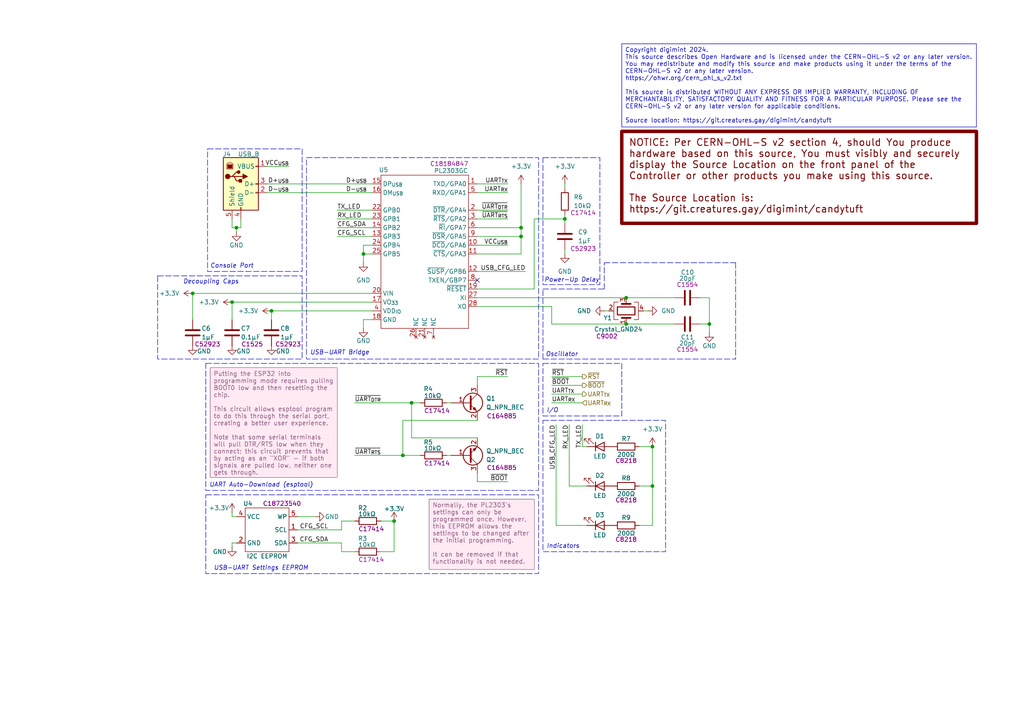
<source format=kicad_sch>
(kicad_sch (version 20231120) (generator "eeschema") (generator_version "8.0")
  (paper "A4")
  (title_block (title "Candytuft WS2811 Controller - USB-UART Circuitry") (date "2024-10-18") (rev "1") (company "https://git.creatures.gay/digimint/candytuft") (comment 3 "Licensed under the CERN OHL-S v2") (comment 4 "Copyright 2024 digimint"))
  (lib_symbols
    (symbol "Connector:USB_B" (pin_names (offset 1.016))
      (property "Reference" "J" (at -5.08 11.43 0))
      (property "Value" "USB_B" (at -5.08 8.89 0))
      (symbol "USB_B_0_1"
        (rectangle (start -5.08 -7.62) (end 5.08 7.62) (stroke (width 0.254)) (fill (type background)))
        (circle (center -3.81 2.159) (radius 0.635) (stroke (width 0.254)) (fill (type outline)))
        (rectangle (start -3.81 5.588) (end -2.54 4.572) (fill (type outline)))
        (circle (center -0.635 3.429) (radius 0.381) (stroke (width 0.254)) (fill (type outline)))
        (rectangle (start -0.127 -7.62) (end 0.127 -6.858))
        (polyline (pts (xy -1.905 2.159) (xy 0.635 2.159)) (stroke (width 0.254)))
        (polyline (pts (xy -3.175 2.159) (xy -2.54 2.159) (xy -1.27 3.429) (xy -0.635 3.429)) (stroke (width 0.254)))
        (polyline (pts (xy -2.54 2.159) (xy -1.905 2.159) (xy -1.27 0.889) (xy 0 0.889)) (stroke (width 0.254)))
        (polyline (pts (xy 0.635 2.794) (xy 0.635 1.524) (xy 1.905 2.159) (xy 0.635 2.794)) (stroke (width 0.254)) (fill (type outline)))
        (polyline (pts (xy -4.064 4.318) (xy -2.286 4.318) (xy -2.286 5.715) (xy -2.667 6.096) (xy -3.683 6.096) (xy -4.064 5.715) (xy -4.064 4.318)))
        (rectangle (start 0.254 1.27) (end -0.508 0.508) (stroke (width 0.254)) (fill (type outline)))
        (rectangle (start 5.08 -2.667) (end 4.318 -2.413))
        (rectangle (start 5.08 -0.127) (end 4.318 0.127))
        (rectangle (start 5.08 4.953) (end 4.318 5.207))
      )
      (symbol "USB_B_1_1"
        (pin power_out line (at 7.62 5.08 180) (length 2.54) (name "VBUS") (number "1"))
        (pin bidirectional line (at 7.62 -2.54 180) (length 2.54) (name "D-") (number "2"))
        (pin bidirectional line (at 7.62 0 180) (length 2.54) (name "D+") (number "3"))
        (pin power_out line (at 0 -10.16 90) (length 2.54) (name "GND") (number "4"))
        (pin passive line (at -2.54 -10.16 90) (length 2.54) (name "Shield") (number "5"))
      )
    )
    (symbol "Device:C" (pin_numbers hide) (pin_names (offset 0.254))
      (property "Reference" "C" (at 0.635 2.54 0))
      (property "Value" "C" (at 0.635 -2.54 0))
      (symbol "C_0_1"
        (polyline (pts (xy -2.032 -0.762) (xy 2.032 -0.762)) (stroke (width 0.508)))
        (polyline (pts (xy -2.032 0.762) (xy 2.032 0.762)) (stroke (width 0.508)))
      )
      (symbol "C_1_1"
        (pin passive line (at 0 3.81 270) (length 2.794) (name "~") (number "1"))
        (pin passive line (at 0 -3.81 90) (length 2.794) (name "~") (number "2"))
      )
    )
    (symbol "Device:Crystal_GND24" (pin_names (offset 1.016) hide)
      (property "Reference" "Y" (at 3.175 5.08 0))
      (property "Value" "Crystal_GND24" (at 3.175 3.175 0))
      (symbol "Crystal_GND24_0_1"
        (rectangle (start -1.143 2.54) (end 1.143 -2.54) (stroke (width 0.3048)))
        (polyline (pts (xy -2.54 0) (xy -2.032 0)))
        (polyline (pts (xy -2.032 -1.27) (xy -2.032 1.27)) (stroke (width 0.508)))
        (polyline (pts (xy 0 -3.81) (xy 0 -3.556)))
        (polyline (pts (xy 0 3.556) (xy 0 3.81)))
        (polyline (pts (xy 2.032 -1.27) (xy 2.032 1.27)) (stroke (width 0.508)))
        (polyline (pts (xy 2.032 0) (xy 2.54 0)))
        (polyline (pts (xy -2.54 -2.286) (xy -2.54 -3.556) (xy 2.54 -3.556) (xy 2.54 -2.286)))
        (polyline (pts (xy -2.54 2.286) (xy -2.54 3.556) (xy 2.54 3.556) (xy 2.54 2.286)))
      )
      (symbol "Crystal_GND24_1_1"
        (pin passive line (at -3.81 0 0) (length 1.27) (name "1") (number "1"))
        (pin passive line (at 0 5.08 270) (length 1.27) (name "2") (number "2"))
        (pin passive line (at 3.81 0 180) (length 1.27) (name "3") (number "3"))
        (pin passive line (at 0 -5.08 90) (length 1.27) (name "4") (number "4"))
      )
    )
    (symbol "Device:LED" (pin_numbers hide) (pin_names (offset 1.016) hide)
      (property "Reference" "D" (at 0 2.54 0))
      (property "Value" "LED" (at 0 -2.54 0))
      (symbol "LED_0_1"
        (polyline (pts (xy -1.27 -1.27) (xy -1.27 1.27)) (stroke (width 0.254)))
        (polyline (pts (xy -1.27 0) (xy 1.27 0)))
        (polyline (pts (xy 1.27 -1.27) (xy 1.27 1.27) (xy -1.27 0) (xy 1.27 -1.27)) (stroke (width 0.254)))
        (polyline (pts (xy -3.048 -0.762) (xy -4.572 -2.286) (xy -3.81 -2.286) (xy -4.572 -2.286) (xy -4.572 -1.524)))
        (polyline (pts (xy -1.778 -0.762) (xy -3.302 -2.286) (xy -2.54 -2.286) (xy -3.302 -2.286) (xy -3.302 -1.524)))
      )
      (symbol "LED_1_1"
        (pin passive line (at -3.81 0 0) (length 2.54) (name "K") (number "1"))
        (pin passive line (at 3.81 0 180) (length 2.54) (name "A") (number "2"))
      )
    )
    (symbol "Device:Q_NPN_BEC" (pin_names (offset 0) hide)
      (property "Reference" "Q" (at 5.08 1.27 0))
      (property "Value" "Q_NPN_BEC" (at 5.08 -1.27 0))
      (symbol "Q_NPN_BEC_0_1"
        (polyline (pts (xy 0.635 0.635) (xy 2.54 2.54)))
        (polyline (pts (xy 0.635 -0.635) (xy 2.54 -2.54) (xy 2.54 -2.54)))
        (polyline (pts (xy 0.635 1.905) (xy 0.635 -1.905) (xy 0.635 -1.905)) (stroke (width 0.508)))
        (polyline (pts (xy 1.27 -1.778) (xy 1.778 -1.27) (xy 2.286 -2.286) (xy 1.27 -1.778) (xy 1.27 -1.778)) (fill (type outline)))
        (circle (center 1.27 0) (radius 2.8194) (stroke (width 0.254)))
      )
      (symbol "Q_NPN_BEC_1_1"
        (pin input line (at -5.08 0 0) (length 5.715) (name "B") (number "1"))
        (pin passive line (at 2.54 -5.08 90) (length 2.54) (name "E") (number "2"))
        (pin passive line (at 2.54 5.08 270) (length 2.54) (name "C") (number "3"))
      )
    )
    (symbol "Device:R" (pin_numbers hide) (pin_names (offset 0))
      (property "Reference" "R" (at 2.032 0 90))
      (property "Value" "R" (at 0 0 90))
      (symbol "R_0_1"
        (rectangle (start -1.016 -2.54) (end 1.016 2.54) (stroke (width 0.254)))
      )
      (symbol "R_1_1"
        (pin passive line (at 0 3.81 270) (length 1.27) (name "~") (number "1"))
        (pin passive line (at 0 -3.81 90) (length 1.27) (name "~") (number "2"))
      )
    )
    (symbol "candytuft:24C02S"
      (property "Reference" "U" (at -5.588 7.62 0))
      (symbol "24C02S_0_1"
        (rectangle (start -6.35 6.35) (end 6.35 -6.35))
      )
      (symbol "24C02S_1_1"
        (pin open_collector line (at 8.89 0 180) (length 2.54) (name "SCL") (number "1"))
        (pin power_in line (at -8.89 -3.81 0) (length 2.54) (name "GND") (number "2"))
        (pin open_collector line (at 8.89 -3.81 180) (length 2.54) (name "SDA") (number "3"))
        (pin power_in line (at -8.89 3.81 0) (length 2.54) (name "VCC") (number "4"))
        (pin input line (at 8.89 3.81 180) (length 2.54) (name "WP") (number "5"))
      )
    )
    (symbol "candytuft:PL2303GC"
      (property "Reference" "U" (at -11.938 7.874 0))
      (property "Value" "PL2303GC" (at 7.366 7.62 0))
      (symbol "PL2303GC_0_1"
        (rectangle (start -12.7 6.35) (end 12.7 -38.1))
      )
      (symbol "PL2303GC_1_1"
        (pin output line (at 15.24 3.81 180) (length 2.54) (name "TXD/GPA0") (number "1"))
        (pin input line (at 15.24 -13.97 180) (length 2.54) (name "~{DCD}/GPA6") (number "10"))
        (pin input line (at 15.24 -16.51 180) (length 2.54) (name "~{CTS}/GPA3") (number "11"))
        (pin output line (at 15.24 -21.59 180) (length 2.54) (name "~{SUSP}/GPB6") (number "12"))
        (pin bidirectional line (at -15.24 -11.43 0) (length 2.54) (name "GPB3") (number "13"))
        (pin bidirectional line (at -15.24 -8.89 0) (length 2.54) (name "GPB2") (number "14"))
        (pin bidirectional line (at -15.24 3.81 0) (length 2.54) (name "DP_{USB}") (number "15"))
        (pin bidirectional line (at -15.24 1.27 0) (length 2.54) (name "DM_{USB}") (number "16"))
        (pin power_in line (at -15.24 -30.48 0) (length 2.54) (name "VO_{33}") (number "17"))
        (pin power_in line (at -15.24 -35.56 0) (length 2.54) (name "GND") (number "18"))
        (pin input line (at 15.24 -26.67 180) (length 2.54) (name "~{RESET}") (number "19"))
        (pin output line (at 15.24 -3.81 180) (length 2.54) (name "~{DTR}/GPA4") (number "2"))
        (pin power_in line (at -15.24 -27.94 0) (length 2.54) (name "VIN") (number "20"))
        (pin no_connect line (at 0 -40.64 90) (length 2.54) (name "NC") (number "21"))
        (pin bidirectional line (at -15.24 -3.81 0) (length 2.54) (name "GPB0") (number "22"))
        (pin bidirectional line (at -15.24 -6.35 0) (length 2.54) (name "GPB1") (number "23"))
        (pin bidirectional line (at -15.24 -13.97 0) (length 2.54) (name "GPB4") (number "24"))
        (pin bidirectional line (at -15.24 -16.51 0) (length 2.54) (name "GPB5") (number "25"))
        (pin no_connect line (at -2.54 -40.64 90) (length 2.54) (name "NC") (number "26"))
        (pin input line (at 15.24 -29.21 180) (length 2.54) (name "XI") (number "27"))
        (pin input line (at 15.24 -31.75 180) (length 2.54) (name "XO") (number "28"))
        (pin output line (at 15.24 -6.35 180) (length 2.54) (name "~{RTS}/GPA2") (number "3"))
        (pin power_in line (at -15.24 -33.02 0) (length 2.54) (name "VDD_{IO}") (number "4"))
        (pin input line (at 15.24 1.27 180) (length 2.54) (name "RXD/GPA1") (number "5"))
        (pin input line (at 15.24 -8.89 180) (length 2.54) (name "~{RI}/GPA7") (number "6"))
        (pin no_connect line (at 2.54 -40.64 90) (length 2.54) (name "NC") (number "7"))
        (pin output line (at 15.24 -24.13 180) (length 2.54) (name "TXEN/GBP7") (number "8"))
        (pin input line (at 15.24 -11.43 180) (length 2.54) (name "~{DSR}/GPA5") (number "9"))
      )
    )
    (symbol "power:+3.3V" (power) (pin_numbers hide) (pin_names (offset 0) hide)
      (property "Value" "+3.3V" (at 0 3.556 0))
      (symbol "+3.3V_0_1"
        (polyline (pts (xy -0.762 1.27) (xy 0 2.54)))
        (polyline (pts (xy 0 0) (xy 0 2.54)))
        (polyline (pts (xy 0 2.54) (xy 0.762 1.27)))
      )
      (symbol "+3.3V_1_1"
        (pin power_in line (at 0 0 90) (length 0) (name "~") (number "1"))
      )
    )
    (symbol "power:GND" (power) (pin_numbers hide) (pin_names (offset 0) hide)
      (property "Value" "GND" (at 0 -3.81 0))
      (symbol "GND_0_1"
        (polyline (pts (xy 0 0) (xy 0 -1.27) (xy 1.27 -1.27) (xy 0 -2.54) (xy -1.27 -1.27) (xy 0 -1.27)))
      )
      (symbol "GND_1_1"
        (pin power_in line (at 0 0 270) (length 0) (name "~") (number "1"))
      )
    )
  )
  (junction (at 181.61 93.98))
  (junction (at 105.41 73.66))
  (junction (at 68.58 66.04))
  (junction (at 67.31 87.63))
  (junction (at 78.74 90.17))
  (junction (at 189.23 140.97))
  (junction (at 151.13 66.04))
  (junction (at 116.84 132.08))
  (junction (at 163.83 63.5))
  (junction (at 114.3 151.13))
  (junction (at 151.13 68.58))
  (junction (at 55.88 85.09))
  (junction (at 181.61 86.36))
  (junction (at 119.38 116.84))
  (junction (at 205.74 93.98))
  (junction (at 189.23 129.54))
  (no_connect (at 138.43 81.28))
  (wire (pts (xy 205.74 86.36) (xy 205.74 93.98)))
  (wire (pts (xy 175.26 90.17) (xy 176.53 90.17)))
  (wire (pts (xy 67.31 157.48) (xy 67.31 158.75)))
  (wire (pts (xy 165.1 140.97) (xy 170.18 140.97)))
  (wire (pts (xy 168.91 111.76) (xy 160.02 111.76)))
  (wire (pts (xy 68.58 67.31) (xy 68.58 66.04)))
  (wire (pts (xy 138.43 63.5) (xy 147.32 63.5)))
  (wire (pts (xy 163.83 73.66) (xy 163.83 72.39)))
  (wire (pts (xy 181.61 86.36) (xy 195.58 86.36)))
  (wire (pts (xy 77.47 53.34) (xy 107.95 53.34)))
  (wire (pts (xy 138.43 111.76) (xy 138.43 109.22)))
  (wire (pts (xy 110.49 151.13) (xy 114.3 151.13)))
  (wire (pts (xy 151.13 53.34) (xy 151.13 66.04)))
  (wire (pts (xy 119.38 127) (xy 138.43 127)))
  (wire (pts (xy 160.02 88.9) (xy 160.02 93.98)))
  (wire (pts (xy 78.74 90.17) (xy 78.74 92.71)))
  (wire (pts (xy 114.3 160.02) (xy 110.49 160.02)))
  (wire (pts (xy 185.42 152.4) (xy 189.23 152.4)))
  (wire (pts (xy 77.47 55.88) (xy 107.95 55.88)))
  (wire (pts (xy 203.2 86.36) (xy 205.74 86.36)))
  (wire (pts (xy 69.85 66.04) (xy 69.85 63.5)))
  (wire (pts (xy 114.3 151.13) (xy 114.3 160.02)))
  (wire (pts (xy 163.83 63.5) (xy 163.83 64.77)))
  (wire (pts (xy 99.06 157.48) (xy 99.06 160.02)))
  (wire (pts (xy 86.36 149.86) (xy 91.44 149.86)))
  (polyline (pts (xy 157.48 83.82) (xy 175.26 83.82)) (stroke (width 0) (type dash)))
  (wire (pts (xy 97.79 66.04) (xy 107.95 66.04)))
  (wire (pts (xy 138.43 53.34) (xy 147.32 53.34)))
  (wire (pts (xy 102.87 116.84) (xy 119.38 116.84)))
  (wire (pts (xy 67.31 87.63) (xy 107.95 87.63)))
  (wire (pts (xy 154.94 63.5) (xy 163.83 63.5)))
  (wire (pts (xy 168.91 129.54) (xy 170.18 129.54)))
  (wire (pts (xy 119.38 116.84) (xy 121.92 116.84)))
  (wire (pts (xy 67.31 87.63) (xy 67.31 92.71)))
  (wire (pts (xy 67.31 66.04) (xy 67.31 63.5)))
  (wire (pts (xy 187.96 90.17) (xy 186.69 90.17)))
  (wire (pts (xy 138.43 83.82) (xy 154.94 83.82)))
  (polyline (pts (xy 175.26 83.82) (xy 175.26 76.2)) (stroke (width 0) (type dash)))
  (polyline (pts (xy 157.48 104.14) (xy 157.48 83.82)) (stroke (width 0) (type dash)))
  (wire (pts (xy 99.06 153.67) (xy 99.06 151.13)))
  (wire (pts (xy 160.02 93.98) (xy 181.61 93.98)))
  (wire (pts (xy 129.54 116.84) (xy 130.81 116.84)))
  (wire (pts (xy 105.41 73.66) (xy 107.95 73.66)))
  (wire (pts (xy 154.94 83.82) (xy 154.94 63.5)))
  (wire (pts (xy 138.43 68.58) (xy 151.13 68.58)))
  (wire (pts (xy 205.74 93.98) (xy 203.2 93.98)))
  (wire (pts (xy 116.84 121.92) (xy 116.84 132.08)))
  (wire (pts (xy 83.82 48.26) (xy 77.47 48.26)))
  (wire (pts (xy 105.41 92.71) (xy 105.41 95.25)))
  (wire (pts (xy 168.91 123.19) (xy 168.91 129.54)))
  (wire (pts (xy 119.38 116.84) (xy 119.38 127)))
  (wire (pts (xy 138.43 88.9) (xy 160.02 88.9)))
  (wire (pts (xy 97.79 63.5) (xy 107.95 63.5)))
  (wire (pts (xy 68.58 66.04) (xy 67.31 66.04)))
  (wire (pts (xy 99.06 160.02) (xy 102.87 160.02)))
  (polyline (pts (xy 157.48 104.14) (xy 213.36 104.14)) (stroke (width 0) (type dash)))
  (wire (pts (xy 138.43 73.66) (xy 151.13 73.66)))
  (wire (pts (xy 55.88 85.09) (xy 55.88 92.71)))
  (wire (pts (xy 105.41 71.12) (xy 105.41 73.66)))
  (wire (pts (xy 163.83 53.34) (xy 163.83 54.61)))
  (wire (pts (xy 107.95 92.71) (xy 105.41 92.71)))
  (wire (pts (xy 55.88 85.09) (xy 107.95 85.09)))
  (wire (pts (xy 151.13 73.66) (xy 151.13 68.58)))
  (wire (pts (xy 116.84 132.08) (xy 121.92 132.08)))
  (wire (pts (xy 168.91 114.3) (xy 160.02 114.3)))
  (wire (pts (xy 105.41 73.66) (xy 105.41 76.2)))
  (wire (pts (xy 138.43 109.22) (xy 147.32 109.22)))
  (wire (pts (xy 138.43 137.16) (xy 138.43 139.7)))
  (wire (pts (xy 68.58 149.86) (xy 67.31 149.86)))
  (wire (pts (xy 69.85 66.04) (xy 68.58 66.04)))
  (wire (pts (xy 99.06 151.13) (xy 102.87 151.13)))
  (wire (pts (xy 168.91 116.84) (xy 160.02 116.84)))
  (wire (pts (xy 102.87 132.08) (xy 116.84 132.08)))
  (wire (pts (xy 138.43 139.7) (xy 147.32 139.7)))
  (wire (pts (xy 152.4 78.74) (xy 138.43 78.74)))
  (wire (pts (xy 138.43 60.96) (xy 147.32 60.96)))
  (wire (pts (xy 151.13 68.58) (xy 151.13 66.04)))
  (wire (pts (xy 107.95 71.12) (xy 105.41 71.12)))
  (wire (pts (xy 163.83 62.23) (xy 163.83 63.5)))
  (wire (pts (xy 116.84 121.92) (xy 138.43 121.92)))
  (wire (pts (xy 161.29 123.19) (xy 161.29 152.4)))
  (wire (pts (xy 129.54 132.08) (xy 130.81 132.08)))
  (wire (pts (xy 86.36 157.48) (xy 99.06 157.48)))
  (wire (pts (xy 205.74 93.98) (xy 205.74 96.52)))
  (wire (pts (xy 181.61 93.98) (xy 195.58 93.98)))
  (wire (pts (xy 86.36 153.67) (xy 99.06 153.67)))
  (wire (pts (xy 185.42 140.97) (xy 189.23 140.97)))
  (polyline (pts (xy 175.26 76.2) (xy 213.36 76.2)) (stroke (width 0) (type dash)))
  (wire (pts (xy 138.43 66.04) (xy 151.13 66.04)))
  (wire (pts (xy 147.32 71.12) (xy 138.43 71.12)))
  (wire (pts (xy 138.43 55.88) (xy 147.32 55.88)))
  (wire (pts (xy 78.74 90.17) (xy 107.95 90.17)))
  (wire (pts (xy 168.91 109.22) (xy 160.02 109.22)))
  (wire (pts (xy 138.43 86.36) (xy 181.61 86.36)))
  (wire (pts (xy 97.79 68.58) (xy 107.95 68.58)))
  (wire (pts (xy 165.1 123.19) (xy 165.1 140.97)))
  (wire (pts (xy 185.42 129.54) (xy 189.23 129.54)))
  (wire (pts (xy 67.31 148.59) (xy 67.31 149.86)))
  (wire (pts (xy 161.29 152.4) (xy 170.18 152.4)))
  (wire (pts (xy 189.23 129.54) (xy 189.23 140.97)))
  (wire (pts (xy 68.58 157.48) (xy 67.31 157.48)))
  (polyline (pts (xy 213.36 76.2) (xy 213.36 104.14)) (stroke (width 0) (type dash)))
  (wire (pts (xy 97.79 60.96) (xy 107.95 60.96)))
  (wire (pts (xy 189.23 140.97) (xy 189.23 152.4)))
  (rectangle (start 59.69 105.41) (end 156.21 142.24) (stroke (width 0) (type dash)))
  (rectangle (start 157.48 121.92) (end 193.04 160.02) (stroke (width 0) (type dash)))
  (rectangle (start 157.48 45.72) (end 173.99 82.55) (stroke (width 0) (type dash)))
  (rectangle (start 45.72 80.01) (end 87.63 104.14) (stroke (width 0) (type dash)))
  (rectangle (start 59.69 143.51) (end 156.21 166.37) (stroke (width 0) (type dash)))
  (rectangle (start 60.198 43.18) (end 87.63 78.74) (stroke (width 0) (type dash)))
  (rectangle (start 157.48 105.41) (end 180.34 120.65) (stroke (width 0) (type dash)))
  (rectangle (start 88.9 45.72) (end 156.21 104.14) (stroke (width 0) (type dash)))
  (text_box "NOTICE: Per CERN-OHL-S v2 section 4, should You produce hardware based on this source, You must visibly and securely display the Source Location on the front panel of the Controller or other products you make using this source.\n\nThe Source Location is:\nhttps://git.creatures.gay/digimint/candytuft" (at 180.34 38.1 0) (size 102.87 26.67) (stroke (width 1) (color 122 0 0 1)) (effects (font (size 2 2) (thickness 0.254) (bold yes)) (justify left top)))
  (text_box "Copyright digimint 2024.\nThis source describes Open Hardware and is licensed under the CERN-OHL-S v2 or any later version.\nYou may redistribute and modify this source and make products using it under the terms of the CERN-OHL-S v2 or any later version.\nhttps://ohwr.org/cern_ohl_s_v2.txt\n\nThis source is distributed WITHOUT ANY EXPRESS OR IMPLIED WARRANTY, INCLUDING OF MERCHANTABILITY, SATISFACTORY QUALITY AND FITNESS FOR A PARTICULAR PURPOSE. Please see the CERN-OHL-S v2 or any later version for applicable conditions.\n\nSource location: https://git.creatures.gay/digimint/candytuft" (at 180.34 12.7 0) (size 102.87 24.13) (effects (font (size 1.27 1.27)) (justify left top)))
  (text_box "Putting the ESP32 into programming mode requires pulling BOOT0 low and then resetting the chip.\n\nThis circuit allows esptool program to do this through the serial port, creating a better user experience.\n\nNote that some serial terminals will pull DTR/RTS low when they connect; this circuit prevents that by acting as an \"XOR\" - if both signals are pulled low, neither one gets through." (at 60.96 106.68 0) (size 36.83 31.75) (stroke (width 0) (color 136 87 125 1)) (fill (type color) (color 255 233 243 1)) (effects (font (size 1.27 1.27)) (justify left top)))
  (text_box "Normally, the PL2303's settings can only be programmed once. However, this EEPROM allows the settings to be changed after the initial programming.\n\nIt can be removed if that functionality is not needed." (at 124.46 144.78 0) (size 30.48 20.32) (stroke (width 0) (color 136 87 125 1)) (fill (type color) (color 255 233 243 1)) (effects (font (size 1.27 1.27)) (justify left top)))
  (text "Oscillator" (at 158.242 102.87 0) (effects (font (size 1.27 1.27) (italic yes)) (justify left)))
  (text "Decoupling Caps" (at 53.086 81.788 0) (effects (font (size 1.27 1.27) (italic yes)) (justify left)))
  (text "Console Port" (at 60.96 77.216 0) (effects (font (size 1.27 1.27) (italic yes)) (justify left)))
  (text "I/O" (at 158.496 119.126 0) (effects (font (size 1.27 1.27) (italic yes)) (justify left)))
  (text "UART Auto-Download (esptool)" (at 60.706 140.716 0) (effects (font (size 1.27 1.27) (italic yes)) (justify left)))
  (text "USB-UART Settings EEPROM" (at 61.976 164.846 0) (effects (font (size 1.27 1.27) (italic yes)) (justify left)))
  (text "Indicators" (at 163.322 158.496 0) (effects (font (size 1.27 1.27) (italic yes))))
  (text "USB-UART Bridge" (at 89.916 102.362 0) (effects (font (size 1.27 1.27) (italic yes)) (justify left)))
  (text "Power-Up Delay" (at 165.862 81.28 0) (effects (font (size 1.27 1.27) (italic yes))))
  (label "D+_{USB}" (at 100.33 53.34 0))
  (label "USB_CFG_LED" (at 161.29 123.19 270))
  (label "~{RST}" (at 160.02 109.22 0))
  (label "UART_{TX}" (at 160.02 114.3 0))
  (label "UART_{RX}" (at 160.02 116.84 0))
  (label "VCC_{USB}" (at 147.32 71.12 180))
  (label "CFG_SDA" (at 97.79 66.04 0))
  (label "~{UART_{DTR}}" (at 147.32 60.96 180))
  (label "VCC_{USB}" (at 83.82 48.26 180))
  (label "RX_LED" (at 165.1 123.19 270))
  (label "~{BOOT}" (at 147.32 139.7 180))
  (label "~{UART_{RTS}}" (at 147.32 63.5 180))
  (label "RX_LED" (at 97.79 63.5 0))
  (label "CFG_SCL" (at 97.79 68.58 0))
  (label "CFG_SDA" (at 95.25 157.48 180))
  (label "TX_LED" (at 97.79 60.96 0))
  (label "D-_{USB}" (at 100.33 55.88 0))
  (label "TX_LED" (at 168.91 123.19 270))
  (label "~{RST}" (at 147.32 109.22 180))
  (label "CFG_SCL" (at 95.25 153.67 180))
  (label "UART_{TX}" (at 147.32 53.34 180))
  (label "~{BOOT}" (at 160.02 111.76 0))
  (label "USB_CFG_LED" (at 152.4 78.74 180))
  (label "UART_{RX}" (at 147.32 55.88 180))
  (label "D+_{USB}" (at 83.82 53.34 180))
  (label "D-_{USB}" (at 83.82 55.88 180))
  (label "~{UART_{DTR}}" (at 102.87 116.84 0))
  (label "~{UART_{RTS}}" (at 102.87 132.08 0))
  (hierarchical_label "UART_{RX}" (shape input) (at 168.91 116.84 0))
  (hierarchical_label "~{RST}" (shape output) (at 168.91 109.22 0))
  (hierarchical_label "UART_{TX}" (shape output) (at 168.91 114.3 0))
  (hierarchical_label "~{BOOT}" (shape output) (at 168.91 111.76 0))
  (symbol (lib_id "power:GND") (at 91.44 149.86 90) (unit 1)
    (property "Reference" "#PWR025" (effects (hide yes)))
    (property "Value" "GND" (at 96.266 149.86 90))
    (property "Description" "Power symbol creates a global label with name \"GND\" , ground" (effects (hide yes)))
  )
  (symbol (lib_id "power:GND") (at 105.41 95.25 0) (unit 1)
    (property "Reference" "#PWR027" (effects (hide yes)))
    (property "Value" "GND" (at 105.41 98.806 0))
    (property "Description" "Power symbol creates a global label with name \"GND\" , ground" (effects (hide yes)))
  )
  (symbol (lib_id "Device:C") (at 55.88 96.52 0) (unit 1)
    (property "Reference" "C6" (at 58.42 95.25 0) (effects (justify left)))
    (property "Value" "1μF" (at 58.42 97.79 0) (effects (justify left)))
    (property "Footprint" "Capacitor_SMD:C_0402_1005Metric" (effects (hide yes)))
    (property "Description" "Unpolarized capacitor" (effects (hide yes)))
    (property "LCSC" "C52923" (at 60.198 99.822 0))
  )
  (symbol (lib_id "Device:Q_NPN_BEC") (at 135.89 116.84 0) (unit 1)
    (property "Reference" "Q1" (at 140.97 115.5699 0) (effects (justify left)))
    (property "Value" "Q_NPN_BEC" (at 140.97 118.1099 0) (effects (justify left)))
    (property "Footprint" "Package_TO_SOT_SMD:SOT-23" (effects (hide yes)))
    (property "Description" "NPN transistor, base/emitter/collector" (effects (hide yes)))
    (property "LCSC" "C164885" (at 145.542 120.65 0))
  )
  (symbol (lib_id "power:GND") (at 67.31 100.33 0) (unit 1)
    (property "Reference" "#PWR019" (effects (hide yes)))
    (property "Value" "GND" (at 70.612 101.854 0))
    (property "Description" "Power symbol creates a global label with name \"GND\" , ground" (effects (hide yes)))
  )
  (symbol (lib_id "Device:C") (at 78.74 96.52 0) (unit 1)
    (property "Reference" "C8" (at 81.28 95.25 0) (effects (justify left)))
    (property "Value" "1μF" (at 81.28 97.79 0) (effects (justify left)))
    (property "Footprint" "Capacitor_SMD:C_0402_1005Metric" (effects (hide yes)))
    (property "Description" "Unpolarized capacitor" (effects (hide yes)))
    (property "LCSC" "C52923" (at 83.566 99.822 0))
  )
  (symbol (lib_id "power:GND") (at 68.58 67.31 0) (unit 1)
    (property "Reference" "#PWR022" (effects (hide yes)))
    (property "Value" "GND" (at 68.58 71.12 0))
    (property "Description" "Power symbol creates a global label with name \"GND\" , ground" (effects (hide yes)))
  )
  (symbol (lib_id "power:+3.3V") (at 114.3 151.13 0) (unit 1)
    (property "Reference" "#PWR028" (effects (hide yes)))
    (property "Value" "+3.3V" (at 114.3 147.574 0))
    (property "Description" "Power symbol creates a global label with name \"+3.3V\"" (effects (hide yes)))
  )
  (symbol (lib_id "Device:R") (at 125.73 132.08 90) (unit 1)
    (property "Reference" "R5" (at 124.206 128.27 90))
    (property "Value" "10kΩ" (at 122.936 130.048 90) (effects (justify right)))
    (property "Footprint" "Resistor_SMD:R_0805_2012Metric" (effects (hide yes)))
    (property "Description" "Resistor" (effects (hide yes)))
    (property "LCSC" "C17414" (at 126.746 134.366 90))
  )
  (symbol (lib_id "power:+3.3V") (at 67.31 87.63 90) (unit 1)
    (property "Reference" "#PWR018" (effects (hide yes)))
    (property "Value" "+3.3V" (at 63.5 87.6299 90) (effects (justify left)))
    (property "Description" "Power symbol creates a global label with name \"+3.3V\"" (effects (hide yes)))
  )
  (symbol (lib_id "power:+3.3V") (at 189.23 129.54 0) (unit 1)
    (property "Reference" "#PWR033" (effects (hide yes)))
    (property "Value" "+3.3V" (at 189.23 124.46 0))
    (property "Description" "Power symbol creates a global label with name \"+3.3V\"" (effects (hide yes)))
  )
  (symbol (lib_id "power:GND") (at 163.83 73.66 0) (unit 1)
    (property "Reference" "#PWR031" (effects (hide yes)))
    (property "Value" "GND" (at 163.83 78.74 0))
    (property "Description" "Power symbol creates a global label with name \"GND\" , ground" (effects (hide yes)))
  )
  (symbol (lib_id "Device:R") (at 125.73 116.84 90) (unit 1)
    (property "Reference" "R4" (at 124.206 112.776 90))
    (property "Value" "10kΩ" (at 122.936 114.808 90) (effects (justify right)))
    (property "Footprint" "Resistor_SMD:R_0805_2012Metric" (effects (hide yes)))
    (property "Description" "Resistor" (effects (hide yes)))
    (property "LCSC" "C17414" (at 126.746 119.126 90))
  )
  (symbol (lib_id "Device:R") (at 181.61 140.97 90) (unit 1)
    (property "Reference" "R8" (at 181.61 138.684 90))
    (property "Value" "200Ω" (at 181.61 143.256 90))
    (property "Footprint" "Resistor_SMD:R_0603_1608Metric" (effects (hide yes)))
    (property "Description" "Resistor" (effects (hide yes)))
    (property "Part No" "0603WAF750JT5E" (effects (hide yes)))
    (property "LCSC" "C8218" (at 181.61 145.034 90))
  )
  (symbol (lib_id "power:GND") (at 175.26 90.17 270) (unit 1)
    (property "Reference" "#PWR039" (effects (hide yes)))
    (property "Value" "GND" (at 171.45 90.1701 90) (effects (justify right)))
    (property "Description" "Power symbol creates a global label with name \"GND\" , ground" (effects (hide yes)))
  )
  (symbol (lib_id "Device:R") (at 106.68 160.02 90) (unit 1)
    (property "Reference" "R3" (at 105.156 156.21 90))
    (property "Value" "10kΩ" (at 103.886 157.988 90) (effects (justify right)))
    (property "Footprint" "Resistor_SMD:R_0805_2012Metric" (effects (hide yes)))
    (property "Description" "Resistor" (effects (hide yes)))
    (property "LCSC" "C17414" (at 107.696 162.306 90))
  )
  (symbol (lib_id "Device:R") (at 181.61 152.4 90) (unit 1)
    (property "Reference" "R9" (at 181.61 150.114 90))
    (property "Value" "200Ω" (at 181.61 154.686 90))
    (property "Footprint" "Resistor_SMD:R_0603_1608Metric" (effects (hide yes)))
    (property "Description" "Resistor" (effects (hide yes)))
    (property "Part No" "0805W8F100JT5E" (effects (hide yes)))
    (property "LCSC" "C8218" (at 181.61 156.464 90))
  )
  (symbol (lib_id "Device:LED") (at 173.99 152.4 0) (mirror x) (unit 1)
    (property "Reference" "D3" (at 173.99 149.352 0))
    (property "Value" "LED" (at 173.99 155.194 0))
    (property "Footprint" "LED_THT:LED_D5.0mm_Clear" (effects (hide yes)))
    (property "Description" "Light emitting diode" (effects (hide yes)))
  )
  (symbol (lib_id "Device:C") (at 199.39 86.36 90) (unit 1)
    (property "Reference" "C10" (at 199.39 78.994 90))
    (property "Value" "20pF" (at 199.39 80.772 90))
    (property "Footprint" "Capacitor_SMD:C_0402_1005Metric" (effects (hide yes)))
    (property "Description" "Unpolarized capacitor" (effects (hide yes)))
    (property "LCSC" "C1554" (at 199.39 82.55 90))
  )
  (symbol (lib_id "power:GND") (at 67.31 158.75 0) (unit 1)
    (property "Reference" "#PWR021" (effects (hide yes)))
    (property "Value" "GND" (at 63.754 160.02 0))
    (property "Description" "Power symbol creates a global label with name \"GND\" , ground" (effects (hide yes)))
  )
  (symbol (lib_id "Device:R") (at 106.68 151.13 90) (unit 1)
    (property "Reference" "R2" (at 105.156 147.32 90))
    (property "Value" "10kΩ" (at 103.886 149.098 90) (effects (justify right)))
    (property "Footprint" "Resistor_SMD:R_0805_2012Metric" (effects (hide yes)))
    (property "Description" "Resistor" (effects (hide yes)))
    (property "LCSC" "C17414" (at 107.696 153.416 90))
  )
  (symbol (lib_id "power:+3.3V") (at 78.74 90.17 90) (unit 1)
    (property "Reference" "#PWR023" (effects (hide yes)))
    (property "Value" "+3.3V" (at 74.93 90.1699 90) (effects (justify left)))
    (property "Description" "Power symbol creates a global label with name \"+3.3V\"" (effects (hide yes)))
  )
  (symbol (lib_id "Device:C") (at 163.83 68.58 0) (unit 1)
    (property "Reference" "C9" (at 167.64 67.3099 0) (effects (justify left)))
    (property "Value" "1μF" (at 167.64 69.8499 0) (effects (justify left)))
    (property "Footprint" "Capacitor_SMD:C_0402_1005Metric" (effects (hide yes)))
    (property "Description" "Unpolarized capacitor" (effects (hide yes)))
    (property "LCSC" "C52923" (at 169.164 72.136 0))
  )
  (symbol (lib_id "power:GND") (at 187.96 90.17 90) (unit 1)
    (property "Reference" "#PWR038" (effects (hide yes)))
    (property "Value" "GND" (at 191.77 90.1699 90) (effects (justify right)))
    (property "Description" "Power symbol creates a global label with name \"GND\" , ground" (effects (hide yes)))
  )
  (symbol (lib_id "Device:Crystal_GND24") (at 181.61 90.17 90) (unit 1)
    (property "Reference" "Y1" (at 176.276 92.202 90))
    (property "Value" "Crystal_GND24" (at 179.324 95.504 90))
    (property "Footprint" "Crystal:Crystal_SMD_3225-4Pin_3.2x2.5mm" (effects (hide yes)))
    (property "Description" "Four pin crystal, GND on pins 2 and 4" (effects (hide yes)))
    (property "LCSC" "C9002" (at 176.022 97.536 90))
  )
  (symbol (lib_id "power:+3.3V") (at 163.83 53.34 0) (unit 1)
    (property "Reference" "#PWR030" (effects (hide yes)))
    (property "Value" "+3.3V" (at 163.83 48.26 0))
    (property "Description" "Power symbol creates a global label with name \"+3.3V\"" (effects (hide yes)))
  )
  (symbol (lib_id "Device:LED") (at 173.99 140.97 0) (mirror x) (unit 1)
    (property "Reference" "D2" (at 173.99 137.922 0))
    (property "Value" "LED" (at 173.99 143.764 0))
    (property "Footprint" "LED_THT:LED_D5.0mm_Clear" (effects (hide yes)))
    (property "Description" "Light emitting diode" (effects (hide yes)))
  )
  (symbol (lib_id "power:+3.3V") (at 151.13 53.34 0) (unit 1)
    (property "Reference" "#PWR029" (effects (hide yes)))
    (property "Value" "+3.3V" (at 151.13 48.26 0))
    (property "Description" "Power symbol creates a global label with name \"+3.3V\"" (effects (hide yes)))
  )
  (symbol (lib_id "Device:Q_NPN_BEC") (at 135.89 132.08 0) (mirror x) (unit 1)
    (property "Reference" "Q2" (at 140.97 133.3501 0) (effects (justify left)))
    (property "Value" "Q_NPN_BEC" (at 140.97 130.8101 0) (effects (justify left)))
    (property "Footprint" "Package_TO_SOT_SMD:SOT-23" (effects (hide yes)))
    (property "Description" "NPN transistor, base/emitter/collector" (effects (hide yes)))
    (property "LCSC" "C164885" (at 145.542 135.636 0))
  )
  (symbol (lib_id "candytuft:24C02S") (at 77.47 153.67 0) (unit 1)
    (property "Reference" "U4" (at 71.882 146.05 0))
    (property "Value" "I2C EEPROM" (at 77.47 161.29 0))
    (property "Footprint" "Package_TO_SOT_SMD:SOT-23-5" (effects (hide yes)))
    (property "LCSC" "C18723540" (at 81.788 146.05 0))
  )
  (symbol (lib_id "Device:LED") (at 173.99 129.54 0) (mirror x) (unit 1)
    (property "Reference" "D1" (at 173.99 126.492 0))
    (property "Value" "LED" (at 173.99 132.334 0))
    (property "Footprint" "LED_THT:LED_D5.0mm_Clear" (effects (hide yes)))
    (property "Description" "Light emitting diode" (effects (hide yes)))
  )
  (symbol (lib_id "Device:R") (at 181.61 129.54 90) (unit 1)
    (property "Reference" "R7" (at 181.61 127.254 90))
    (property "Value" "200Ω" (at 181.61 131.826 90))
    (property "Footprint" "Resistor_SMD:R_0603_1608Metric" (effects (hide yes)))
    (property "Description" "Resistor" (effects (hide yes)))
    (property "Part No." "0603WAF750JT5E" (effects (hide yes)))
    (property "LCSC" "C8218" (at 181.61 133.604 90))
  )
  (symbol (lib_id "power:+3.3V") (at 55.88 85.09 90) (unit 1)
    (property "Reference" "#PWR016" (effects (hide yes)))
    (property "Value" "+3.3V" (at 52.07 85.0899 90) (effects (justify left)))
    (property "Description" "Power symbol creates a global label with name \"+3.3V\"" (effects (hide yes)))
  )
  (symbol (lib_id "power:GND") (at 105.41 76.2 0) (unit 1)
    (property "Reference" "#PWR026" (effects (hide yes)))
    (property "Value" "GND" (at 105.41 81.28 0))
    (property "Description" "Power symbol creates a global label with name \"GND\" , ground" (effects (hide yes)))
  )
  (symbol (lib_id "power:GND") (at 205.74 96.52 0) (unit 1)
    (property "Reference" "#PWR032" (effects (hide yes)))
    (property "Value" "GND" (at 205.74 100.33 0))
    (property "Description" "Power symbol creates a global label with name \"GND\" , ground" (effects (hide yes)))
  )
  (symbol (lib_id "Device:C") (at 67.31 96.52 0) (unit 1)
    (property "Reference" "C7" (at 69.85 95.25 0) (effects (justify left)))
    (property "Value" "0.1μF" (at 69.85 97.79 0) (effects (justify left)))
    (property "Footprint" "Capacitor_SMD:C_0402_1005Metric" (effects (hide yes)))
    (property "Description" "Unpolarized capacitor" (effects (hide yes)))
    (property "LCSC" "C1525" (at 73.152 99.822 0))
  )
  (symbol (lib_id "power:GND") (at 55.88 100.33 0) (unit 1)
    (property "Reference" "#PWR017" (effects (hide yes)))
    (property "Value" "GND" (at 59.182 101.854 0))
    (property "Description" "Power symbol creates a global label with name \"GND\" , ground" (effects (hide yes)))
  )
  (symbol (lib_id "candytuft:PL2303GC") (at 123.19 57.15 0) (unit 1)
    (property "Reference" "U5" (at 111.252 49.276 0))
    (property "Value" "PL2303GC" (at 130.81 49.53 0))
    (property "Footprint" "Package_SO:SSOP-28_5.3x10.2mm_P0.65mm" (effects (hide yes)))
    (property "Description" "USB-UART Bridge" (effects (hide yes)))
    (property "LCSC" "C18184847" (at 130.302 47.498 0))
  )
  (symbol (lib_id "Connector:USB_B") (at 69.85 53.34 0) (unit 1)
    (property "Reference" "J4" (at 65.786 44.704 0))
    (property "Value" "USB_B" (at 72.136 44.704 0))
    (property "Footprint" "Connector_USB:USB_B_TE_5787834_Vertical" (effects (hide yes)))
    (property "Description" "USB Type B connector" (effects (hide yes)))
  )
  (symbol (lib_id "Device:R") (at 163.83 58.42 0) (unit 1)
    (property "Reference" "R6" (at 166.37 57.1499 0) (effects (justify left)))
    (property "Value" "10kΩ" (at 166.37 59.6899 0) (effects (justify left)))
    (property "Footprint" "Resistor_SMD:R_0805_2012Metric" (effects (hide yes)))
    (property "Description" "Resistor" (effects (hide yes)))
    (property "LCSC" "C17414" (at 169.164 61.722 0))
  )
  (symbol (lib_id "power:+3.3V") (at 67.31 148.59 0) (unit 1)
    (property "Reference" "#PWR020" (effects (hide yes)))
    (property "Value" "+3.3V" (at 63.5 147.32 0))
    (property "Description" "Power symbol creates a global label with name \"+3.3V\"" (effects (hide yes)))
  )
  (symbol (lib_id "power:GND") (at 78.74 100.33 0) (unit 1)
    (property "Reference" "#PWR024" (effects (hide yes)))
    (property "Value" "GND" (at 82.042 101.854 0))
    (property "Description" "Power symbol creates a global label with name \"GND\" , ground" (effects (hide yes)))
  )
  (symbol (lib_id "Device:C") (at 199.39 93.98 90) (unit 1)
    (property "Reference" "C11" (at 199.39 97.79 90))
    (property "Value" "20pF" (at 199.39 99.568 90))
    (property "Footprint" "Capacitor_SMD:C_0402_1005Metric" (effects (hide yes)))
    (property "Description" "Unpolarized capacitor" (effects (hide yes)))
    (property "LCSC" "C1554" (at 199.39 101.346 90))
  )
)
</source>
